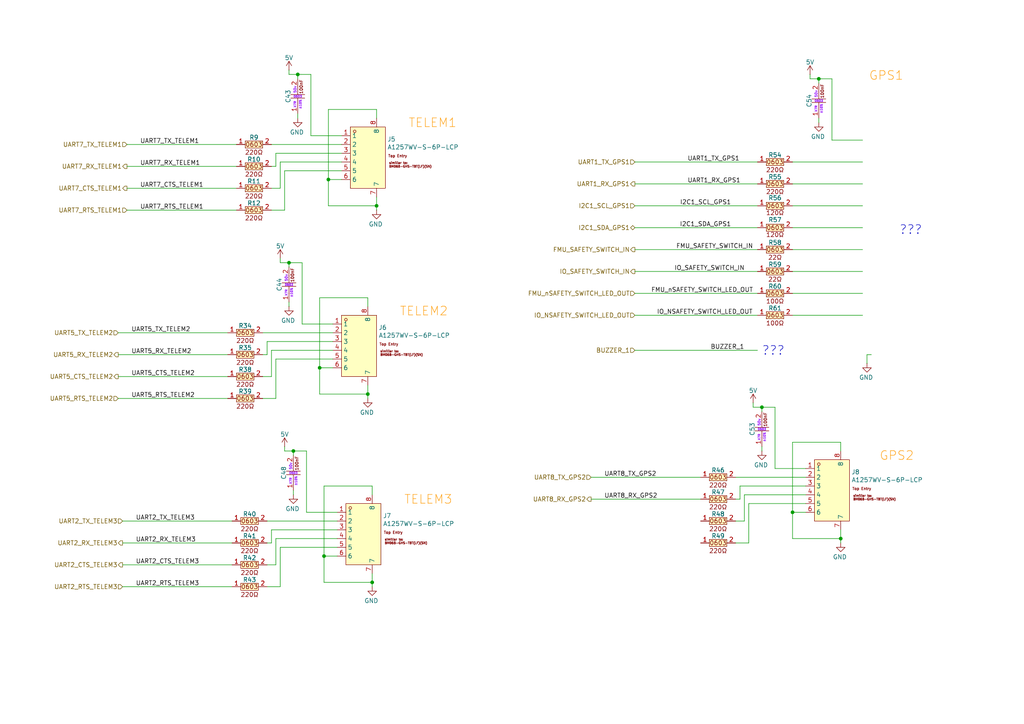
<source format=kicad_sch>
(kicad_sch (version 20250114) (generator "eeschema") (generator_version "9.0")
  (paper "A4")
  (lib_symbols
    (symbol "lampelKicadLIB:0603WAF1000T5E (100ohm , 0603)"
      (property "Reference" "R" (at 0 2.032 0))
      (symbol "0603WAF1000T5E (100ohm , 0603)_0_1"
        (rectangle (start -2.54 1.02) (end 2.54 -1.02) (fill (type background)))
        (pin input line (at -5.08 0 0) (length 2.54) (name "") (number "1"))
        (pin input line (at 5.08 0 180) (length 2.54) (name "") (number "2"))
      )
      (symbol "0603WAF1000T5E (100ohm , 0603)_1_1"
        (text "0603" (at 0 0 0) (effects (font (size 1.27 1.27))))
        (text "100Ω" (at 0 -2.286 0) (effects (font (size 1.27 1.27))))
      )
    )
    (symbol "lampelKicadLIB:0603WAF1200T5E (120ohm,0603)"
      (property "Reference" "R" (at 0 2.286 0))
      (symbol "0603WAF1200T5E (120ohm,0603)_0_1"
        (rectangle (start -2.54 1.02) (end 2.54 -1.02) (fill (type background)))
        (pin input line (at -5.08 0 0) (length 2.54) (name "") (number "1"))
        (pin input line (at 5.08 0 180) (length 2.54) (name "") (number "2"))
      )
      (symbol "0603WAF1200T5E (120ohm,0603)_1_1"
        (text "0603" (at 0 0 0) (effects (font (size 1.27 1.27))))
        (text "120Ω" (at 0 -2.032 0) (effects (font (size 1.27 1.27))))
      )
    )
    (symbol "lampelKicadLIB:0603WAF2200T5E (220ohm  , 0603)"
      (property "Reference" "R" (at 0 2.032 0))
      (symbol "0603WAF2200T5E (220ohm  , 0603)_0_1"
        (rectangle (start -2.54 1.02) (end 2.54 -1.02) (fill (type background)))
        (pin input line (at -5.08 0 0) (length 2.54) (name "") (number "1"))
        (pin input line (at 5.08 0 180) (length 2.54) (name "") (number "2"))
      )
      (symbol "0603WAF2200T5E (220ohm  , 0603)_1_1"
        (text "0603" (at 0 0 0) (effects (font (size 1.27 1.27))))
        (text "220Ω" (at 0 -2.286 0) (effects (font (size 1.27 1.27))))
      )
    )
    (symbol "lampelKicadLIB:0603WAF220JT5E (22ohm , 0603)"
      (property "Reference" "R" (at 0 2.032 0))
      (symbol "0603WAF220JT5E (22ohm , 0603)_0_1"
        (rectangle (start -2.54 1.02) (end 2.54 -1.02) (fill (type background)))
        (pin input line (at -5.08 0 0) (length 2.54) (name "") (number "1"))
        (pin input line (at 5.08 0 180) (length 2.54) (name "") (number "2"))
      )
      (symbol "0603WAF220JT5E (22ohm , 0603)_1_1"
        (text "0603" (at 0 0 0) (effects (font (size 1.27 1.27))))
        (text "22Ω" (at 0 -2.286 0) (effects (font (size 1.27 1.27))))
      )
    )
    (symbol "lampelKicadLIB:A1257WV-S-6P-LCP"
      (property "Reference" "J" (at 8.128 5.334 0))
      (property "Value" "A1257WV-S-6P-LCP" (at 17.272 3.048 0))
      (symbol "A1257WV-S-6P-LCP_0_1"
        (rectangle (start -3.81 8.89) (end 6.35 -8.89) (fill (type background)))
        (circle (center -2.54 7.62) (radius 0.38))
        (pin unspecified line (at -6.35 6.35 0) (length 2.54) (name "1") (number "1"))
        (pin unspecified line (at -6.35 3.81 0) (length 2.54) (name "2") (number "2"))
        (pin unspecified line (at -6.35 1.27 0) (length 2.54) (name "3") (number "3"))
        (pin unspecified line (at -6.35 -1.27 0) (length 2.54) (name "4") (number "4"))
        (pin unspecified line (at -6.35 -3.81 0) (length 2.54) (name "5") (number "5"))
        (pin unspecified line (at -6.35 -6.35 0) (length 2.54) (name "6") (number "6"))
        (pin unspecified line (at 3.81 11.43 270) (length 2.54) (name "8") (number "8"))
        (pin unspecified line (at 3.81 -11.43 90) (length 2.54) (name "7") (number "7"))
      )
      (symbol "A1257WV-S-6P-LCP_1_1"
        (text "Top Entry" (at 7.112 0.508 0) (effects (font (size 0.762 0.762)) (justify left)))
        (text "similiar to:\nBM06B-GHS-TBT(LF)(SN)" (at 7.366 -2.032 0) (effects (font (size 0.635 0.635)) (justify left)))
      )
    )
    (symbol "lampelKicadLIB:CC0603KRX7R9BB104 (100nf , 0603 ,50v ,X7R)"
      (property "Reference" "C" (at 0 2.794 0))
      (symbol "CC0603KRX7R9BB104 (100nf , 0603 ,50v ,X7R)_0_1"
        (polyline (pts (xy -0.51 0) (xy -2.54 0)))
        (polyline (pts (xy -0.51 -2.03) (xy -0.51 2.03)))
        (polyline (pts (xy 0.51 2.03) (xy 0.51 -2.03)))
        (polyline (pts (xy 2.54 0) (xy 0.51 0)))
        (pin unspecified line (at -5.08 0 0) (length 2.54) (name "") (number "1"))
        (pin unspecified line (at 5.08 0 180) (length 2.54) (name "") (number "2"))
      )
      (symbol "CC0603KRX7R9BB104 (100nf , 0603 ,50v ,X7R)_1_1"
        (text "X7R" (at -2.286 0.762 0) (effects (font (size 0.635 0.635))))
        (text "±10%" (at -2.286 -0.762 0) (effects (font (size 0.635 0.635))))
        (text "0603" (at 0 0 900) (effects (font (size 0.635 0.635))))
        (text "50v" (at 2.032 0.762 0) (effects (font (size 0.762 0.762))))
        (text "100nF" (at 2.794 -1.016 0) (effects (font (size 0.889 0.889))))
      )
    )
    (symbol "power:GND" (power) (pin_numbers (hide yes)) (pin_names (offset 0) (hide yes))
      (property "Value" "GND" (at 0 -3.81 0))
      (symbol "GND_0_1"
        (polyline (pts (xy 0 0) (xy 0 -1.27) (xy 1.27 -1.27) (xy 0 -2.54) (xy -1.27 -1.27) (xy 0 -1.27)))
      )
      (symbol "GND_1_1"
        (pin power_in line (at 0 0 270) (length 0) (name "~") (number "1"))
      )
    )
    (symbol "power:VDD" (power) (pin_numbers (hide yes)) (pin_names (offset 0) (hide yes))
      (property "Value" "VDD" (at 0 3.556 0))
      (symbol "VDD_0_1"
        (polyline (pts (xy -0.762 1.27) (xy 0 2.54)))
        (polyline (pts (xy 0 2.54) (xy 0.762 1.27)))
        (polyline (pts (xy 0 0) (xy 0 2.54)))
      )
      (symbol "VDD_1_1"
        (pin power_in line (at 0 0 90) (length 0) (name "~") (number "1"))
      )
    )
  )
  (text "TELEM1" (at 125.476 35.814 0) (effects (font (size 2.54 2.54))))
  (text "TELEM2" (at 122.936 90.424 0) (effects (font (size 2.54 2.54))))
  (text "???" (at 224.282 101.854 0) (effects (font (size 2.54 2.54))))
  (text "???" (at 264.16 66.802 0) (effects (font (size 2.54 2.54))))
  (text "TELEM3" (at 124.206 145.034 0) (effects (font (size 2.54 2.54))))
  (text "GPS2" (at 260.096 132.334 0) (effects (font (size 2.54 2.54))))
  (text "GPS1" (at 257.048 22.098 0) (effects (font (size 2.54 2.54))))
  (junction (at 243.84 156.21))
  (junction (at 85.09 130.81))
  (junction (at 220.98 118.11))
  (junction (at 95.25 52.07))
  (junction (at 93.98 161.29))
  (junction (at 109.22 59.69))
  (junction (at 229.87 148.59))
  (junction (at 92.71 106.68))
  (junction (at 86.36 21.59))
  (junction (at 107.95 168.91))
  (junction (at 106.68 114.3))
  (junction (at 83.82 76.2))
  (junction (at 237.49 22.86))
  (wire (pts (xy 229.87 148.59) (xy 233.68 148.59)))
  (wire (pts (xy 241.3 40.64) (xy 250.19 40.64)))
  (wire (pts (xy 78.74 153.67) (xy 97.79 153.67)))
  (wire (pts (xy 80.01 115.57) (xy 80.01 104.14)))
  (wire (pts (xy 80.01 44.45) (xy 80.01 48.26)))
  (wire (pts (xy 171.45 144.78) (xy 203.2 144.78)))
  (wire (pts (xy 36.83 54.61) (xy 68.58 54.61)))
  (wire (pts (xy 95.25 52.07) (xy 99.06 52.07)))
  (wire (pts (xy 85.09 142.24) (xy 85.09 143.51)))
  (wire (pts (xy 93.98 161.29) (xy 93.98 168.91)))
  (wire (pts (xy 237.49 22.86) (xy 237.49 24.13)))
  (wire (pts (xy 86.36 21.59) (xy 86.36 22.86)))
  (wire (pts (xy 109.22 34.29) (xy 109.22 31.75)))
  (wire (pts (xy 229.87 78.74) (xy 250.19 78.74)))
  (wire (pts (xy 184.15 72.39) (xy 219.71 72.39)))
  (wire (pts (xy 214.63 140.97) (xy 214.63 144.78)))
  (wire (pts (xy 81.28 46.99) (xy 81.28 54.61)))
  (wire (pts (xy 34.29 96.52) (xy 66.04 96.52)))
  (wire (pts (xy 92.71 86.36) (xy 92.71 106.68)))
  (wire (pts (xy 184.15 46.99) (xy 219.71 46.99)))
  (wire (pts (xy 184.15 101.6) (xy 219.71 101.6)))
  (wire (pts (xy 243.84 128.27) (xy 229.87 128.27)))
  (wire (pts (xy 220.98 118.11) (xy 224.79 118.11)))
  (wire (pts (xy 81.28 170.18) (xy 81.28 158.75)))
  (wire (pts (xy 109.22 59.69) (xy 109.22 60.96)))
  (wire (pts (xy 81.28 76.2) (xy 83.82 76.2)))
  (wire (pts (xy 243.84 130.81) (xy 243.84 128.27)))
  (wire (pts (xy 93.98 140.97) (xy 93.98 161.29)))
  (wire (pts (xy 106.68 114.3) (xy 106.68 115.57)))
  (wire (pts (xy 82.55 129.54) (xy 82.55 130.81)))
  (wire (pts (xy 171.45 138.43) (xy 203.2 138.43)))
  (wire (pts (xy 229.87 53.34) (xy 250.19 53.34)))
  (wire (pts (xy 80.01 44.45) (xy 99.06 44.45)))
  (wire (pts (xy 234.95 22.86) (xy 237.49 22.86)))
  (wire (pts (xy 217.17 157.48) (xy 217.17 146.05)))
  (wire (pts (xy 83.82 21.59) (xy 86.36 21.59)))
  (wire (pts (xy 76.2 96.52) (xy 96.52 96.52)))
  (wire (pts (xy 184.15 91.44) (xy 219.71 91.44)))
  (wire (pts (xy 109.22 31.75) (xy 95.25 31.75)))
  (wire (pts (xy 80.01 156.21) (xy 97.79 156.21)))
  (wire (pts (xy 213.36 151.13) (xy 215.9 151.13)))
  (wire (pts (xy 34.29 102.87) (xy 66.04 102.87)))
  (wire (pts (xy 76.2 109.22) (xy 78.74 109.22)))
  (wire (pts (xy 184.15 85.09) (xy 219.71 85.09)))
  (wire (pts (xy 251.46 105.41) (xy 251.46 102.87)))
  (wire (pts (xy 86.36 33.02) (xy 86.36 34.29)))
  (wire (pts (xy 229.87 128.27) (xy 229.87 148.59)))
  (wire (pts (xy 241.3 22.86) (xy 241.3 40.64)))
  (wire (pts (xy 107.95 168.91) (xy 107.95 170.18)))
  (wire (pts (xy 107.95 143.51) (xy 107.95 140.97)))
  (wire (pts (xy 86.36 21.59) (xy 90.17 21.59)))
  (wire (pts (xy 92.71 106.68) (xy 92.71 114.3)))
  (wire (pts (xy 34.29 115.57) (xy 66.04 115.57)))
  (wire (pts (xy 224.79 118.11) (xy 224.79 135.89)))
  (wire (pts (xy 85.09 130.81) (xy 88.9 130.81)))
  (wire (pts (xy 184.15 78.74) (xy 219.71 78.74)))
  (wire (pts (xy 78.74 153.67) (xy 78.74 157.48)))
  (wire (pts (xy 35.56 157.48) (xy 67.31 157.48)))
  (wire (pts (xy 95.25 59.69) (xy 109.22 59.69)))
  (wire (pts (xy 229.87 148.59) (xy 229.87 156.21)))
  (wire (pts (xy 77.47 99.06) (xy 96.52 99.06)))
  (wire (pts (xy 83.82 76.2) (xy 87.63 76.2)))
  (wire (pts (xy 80.01 104.14) (xy 96.52 104.14)))
  (wire (pts (xy 224.79 135.89) (xy 233.68 135.89)))
  (wire (pts (xy 229.87 46.99) (xy 250.19 46.99)))
  (wire (pts (xy 78.74 41.91) (xy 99.06 41.91)))
  (wire (pts (xy 83.82 87.63) (xy 83.82 88.9)))
  (wire (pts (xy 77.47 163.83) (xy 80.01 163.83)))
  (wire (pts (xy 35.56 163.83) (xy 67.31 163.83)))
  (wire (pts (xy 220.98 118.11) (xy 220.98 119.38)))
  (wire (pts (xy 80.01 48.26) (xy 78.74 48.26)))
  (wire (pts (xy 237.49 34.29) (xy 237.49 35.56)))
  (wire (pts (xy 77.47 170.18) (xy 81.28 170.18)))
  (wire (pts (xy 34.29 109.22) (xy 66.04 109.22)))
  (wire (pts (xy 220.98 129.54) (xy 220.98 130.81)))
  (wire (pts (xy 243.84 153.67) (xy 243.84 156.21)))
  (wire (pts (xy 229.87 72.39) (xy 250.19 72.39)))
  (wire (pts (xy 92.71 106.68) (xy 96.52 106.68)))
  (wire (pts (xy 82.55 130.81) (xy 85.09 130.81)))
  (wire (pts (xy 81.28 46.99) (xy 99.06 46.99)))
  (wire (pts (xy 92.71 114.3) (xy 106.68 114.3)))
  (wire (pts (xy 215.9 143.51) (xy 215.9 151.13)))
  (wire (pts (xy 78.74 101.6) (xy 96.52 101.6)))
  (wire (pts (xy 88.9 130.81) (xy 88.9 148.59)))
  (wire (pts (xy 82.55 60.96) (xy 82.55 49.53)))
  (wire (pts (xy 35.56 151.13) (xy 67.31 151.13)))
  (wire (pts (xy 78.74 54.61) (xy 81.28 54.61)))
  (wire (pts (xy 80.01 156.21) (xy 80.01 163.83)))
  (wire (pts (xy 85.09 130.81) (xy 85.09 132.08)))
  (wire (pts (xy 87.63 93.98) (xy 96.52 93.98)))
  (wire (pts (xy 90.17 21.59) (xy 90.17 39.37)))
  (wire (pts (xy 184.15 53.34) (xy 219.71 53.34)))
  (wire (pts (xy 229.87 156.21) (xy 243.84 156.21)))
  (wire (pts (xy 93.98 168.91) (xy 107.95 168.91)))
  (wire (pts (xy 184.15 59.69) (xy 219.71 59.69)))
  (wire (pts (xy 88.9 148.59) (xy 97.79 148.59)))
  (wire (pts (xy 36.83 41.91) (xy 68.58 41.91)))
  (wire (pts (xy 78.74 60.96) (xy 82.55 60.96)))
  (wire (pts (xy 218.44 118.11) (xy 220.98 118.11)))
  (wire (pts (xy 237.49 22.86) (xy 241.3 22.86)))
  (wire (pts (xy 217.17 146.05) (xy 233.68 146.05)))
  (wire (pts (xy 106.68 88.9) (xy 106.68 86.36)))
  (wire (pts (xy 95.25 52.07) (xy 95.25 59.69)))
  (wire (pts (xy 109.22 57.15) (xy 109.22 59.69)))
  (wire (pts (xy 213.36 138.43) (xy 233.68 138.43)))
  (wire (pts (xy 93.98 161.29) (xy 97.79 161.29)))
  (wire (pts (xy 213.36 157.48) (xy 217.17 157.48)))
  (wire (pts (xy 90.17 39.37) (xy 99.06 39.37)))
  (wire (pts (xy 243.84 156.21) (xy 243.84 157.48)))
  (wire (pts (xy 77.47 151.13) (xy 97.79 151.13)))
  (wire (pts (xy 77.47 99.06) (xy 77.47 102.87)))
  (wire (pts (xy 76.2 115.57) (xy 80.01 115.57)))
  (wire (pts (xy 234.95 21.59) (xy 234.95 22.86)))
  (wire (pts (xy 214.63 140.97) (xy 233.68 140.97)))
  (wire (pts (xy 229.87 59.69) (xy 250.19 59.69)))
  (wire (pts (xy 78.74 101.6) (xy 78.74 109.22)))
  (wire (pts (xy 77.47 102.87) (xy 76.2 102.87)))
  (wire (pts (xy 36.83 60.96) (xy 68.58 60.96)))
  (wire (pts (xy 36.83 48.26) (xy 68.58 48.26)))
  (wire (pts (xy 229.87 91.44) (xy 250.19 91.44)))
  (wire (pts (xy 106.68 111.76) (xy 106.68 114.3)))
  (wire (pts (xy 107.95 140.97) (xy 93.98 140.97)))
  (wire (pts (xy 251.46 102.87) (xy 252.73 102.87)))
  (wire (pts (xy 218.44 116.84) (xy 218.44 118.11)))
  (wire (pts (xy 215.9 143.51) (xy 233.68 143.51)))
  (wire (pts (xy 87.63 76.2) (xy 87.63 93.98)))
  (wire (pts (xy 107.95 166.37) (xy 107.95 168.91)))
  (wire (pts (xy 82.55 49.53) (xy 99.06 49.53)))
  (wire (pts (xy 83.82 20.32) (xy 83.82 21.59)))
  (wire (pts (xy 214.63 144.78) (xy 213.36 144.78)))
  (wire (pts (xy 35.56 170.18) (xy 67.31 170.18)))
  (wire (pts (xy 81.28 74.93) (xy 81.28 76.2)))
  (wire (pts (xy 106.68 86.36) (xy 92.71 86.36)))
  (wire (pts (xy 95.25 31.75) (xy 95.25 52.07)))
  (wire (pts (xy 229.87 85.09) (xy 250.19 85.09)))
  (wire (pts (xy 78.74 157.48) (xy 77.47 157.48)))
  (wire (pts (xy 83.82 76.2) (xy 83.82 77.47)))
  (wire (pts (xy 81.28 158.75) (xy 97.79 158.75)))
  (wire (pts (xy 184.15 66.04) (xy 219.71 66.04)))
  (wire (pts (xy 229.87 66.04) (xy 250.19 66.04)))
  (label "UART5_TX_TELEM2" (at 38.1 96.52 0))
  (label "UART2_RTS_TELEM3" (at 39.37 170.18 0))
  (label "UART1_RX_GPS1" (at 199.39 53.34 0))
  (label "UART7_CTS_TELEM1" (at 40.64 54.61 0))
  (label "UART7_TX_TELEM1" (at 40.64 41.91 0))
  (label "I2C1_SCL_GPS1" (at 212.09 59.69 180))
  (label "FMU_nSAFETY_SWITCH_LED_OUT" (at 218.44 85.09 180))
  (label "UART7_RTS_TELEM1" (at 40.64 60.96 0))
  (label "UART1_TX_GPS1" (at 199.39 46.99 0))
  (label "UART8_TX_GPS2" (at 175.26 138.43 0))
  (label "UART5_CTS_TELEM2" (at 38.1 109.22 0))
  (label "UART5_RX_TELEM2" (at 38.1 102.87 0))
  (label "BUZZER_1" (at 215.9 101.6 180))
  (label "IO_SAFETY_SWITCH_IN" (at 195.58 78.74 0))
  (label "UART2_RX_TELEM3" (at 39.37 157.48 0))
  (label "UART2_CTS_TELEM3" (at 39.37 163.83 0))
  (label "UART7_RX_TELEM1" (at 40.64 48.26 0))
  (label "FMU_SAFETY_SWITCH_IN" (at 218.44 72.39 180))
  (label "UART8_RX_GPS2" (at 175.26 144.78 0))
  (label "UART2_TX_TELEM3" (at 39.37 151.13 0))
  (label "IO_NSAFETY_SWITCH_LED_OUT" (at 190.5 91.44 0))
  (label "UART5_RTS_TELEM2" (at 38.1 115.57 0))
  (label "I2C1_SDA_GPS1" (at 212.09 66.04 180))
  (hierarchical_label "UART2_RTS_TELEM3" (shape input) (at 35.56 170.18 180))
  (hierarchical_label "UART7_RX_TELEM1" (shape output) (at 36.83 48.26 180))
  (hierarchical_label "FMU_SAFETY_SWITCH_IN" (shape output) (at 184.15 72.39 180))
  (hierarchical_label "IO_SAFETY_SWITCH_IN" (shape output) (at 184.15 78.74 180))
  (hierarchical_label "UART5_TX_TELEM2" (shape input) (at 34.29 96.52 180))
  (hierarchical_label "UART1_RX_GPS1" (shape output) (at 184.15 53.34 180))
  (hierarchical_label "UART8_RX_GPS2" (shape output) (at 171.45 144.78 180))
  (hierarchical_label "IO_NSAFETY_SWITCH_LED_OUT" (shape input) (at 184.15 91.44 180))
  (hierarchical_label "UART5_RX_TELEM2" (shape output) (at 34.29 102.87 180))
  (hierarchical_label "UART2_TX_TELEM3" (shape input) (at 35.56 151.13 180))
  (hierarchical_label "BUZZER_1" (shape input) (at 184.15 101.6 180))
  (hierarchical_label "UART2_CTS_TELEM3" (shape output) (at 35.56 163.83 180))
  (hierarchical_label "UART5_CTS_TELEM2" (shape output) (at 34.29 109.22 180))
  (hierarchical_label "I2C1_SCL_GPS1" (shape input) (at 184.15 59.69 180))
  (hierarchical_label "UART7_TX_TELEM1" (shape input) (at 36.83 41.91 180))
  (hierarchical_label "I2C1_SDA_GPS1" (shape bidirectional) (at 184.15 66.04 180))
  (hierarchical_label "UART7_CTS_TELEM1" (shape output) (at 36.83 54.61 180))
  (hierarchical_label "UART7_RTS_TELEM1" (shape input) (at 36.83 60.96 180))
  (hierarchical_label "FMU_nSAFETY_SWITCH_LED_OUT" (shape input) (at 184.15 85.09 180))
  (hierarchical_label "UART1_TX_GPS1" (shape input) (at 184.15 46.99 180))
  (hierarchical_label "UART2_RX_TELEM3" (shape output) (at 35.56 157.48 180))
  (hierarchical_label "UART8_TX_GPS2" (shape input) (at 171.45 138.43 180))
  (hierarchical_label "UART5_RTS_TELEM2" (shape input) (at 34.29 115.57 180))
  (symbol (lib_id "lampelKicadLIB:0603WAF2200T5E (220ohm  , 0603)") (at 208.28 157.48 0) (unit 1)
    (property "Reference" "R49" (at 208.28 155.448 0))
    (property "Value" "0603WAF2200T5E (220ohm  , 0603)" (effects (hide yes)))
    (property "Footprint" "easyeda2kicad:R0603" (effects (hide yes)))
    (property "Datasheet" "https://lcsc.com/product-detail/Chip-Resistor-Surface-Mount-UniOhm_220R-2200-1_C22962.html" (effects (hide yes)))
    (property "Description" "220Ω ±1% 100mW 0603 Thick Film Resistor" (effects (hide yes)))
    (property "LCSC Part" "C22962" (effects (hide yes)))
  )
  (symbol (lib_id "lampelKicadLIB:0603WAF2200T5E (220ohm  , 0603)") (at 72.39 163.83 0) (unit 1)
    (property "Reference" "R42" (at 72.39 161.798 0))
    (property "Value" "0603WAF2200T5E (220ohm  , 0603)" (effects (hide yes)))
    (property "Footprint" "easyeda2kicad:R0603" (effects (hide yes)))
    (property "Datasheet" "https://lcsc.com/product-detail/Chip-Resistor-Surface-Mount-UniOhm_220R-2200-1_C22962.html" (effects (hide yes)))
    (property "Description" "220Ω ±1% 100mW 0603 Thick Film Resistor" (effects (hide yes)))
    (property "LCSC Part" "C22962" (effects (hide yes)))
  )
  (symbol (lib_id "power:VDD") (at 82.55 129.54 0) (mirror y) (unit 1)
    (property "Reference" "#PWR0110" (effects (hide yes)))
    (property "Value" "5V" (at 82.55 125.984 0))
    (property "Description" "Power symbol creates a global label with name \"VDD\"" (effects (hide yes)))
  )
  (symbol (lib_id "lampelKicadLIB:0603WAF2200T5E (220ohm  , 0603)") (at 208.28 138.43 0) (unit 1)
    (property "Reference" "R46" (at 208.28 136.398 0))
    (property "Value" "0603WAF2200T5E (220ohm  , 0603)" (effects (hide yes)))
    (property "Footprint" "easyeda2kicad:R0603" (effects (hide yes)))
    (property "Datasheet" "https://lcsc.com/product-detail/Chip-Resistor-Surface-Mount-UniOhm_220R-2200-1_C22962.html" (effects (hide yes)))
    (property "Description" "220Ω ±1% 100mW 0603 Thick Film Resistor" (effects (hide yes)))
    (property "LCSC Part" "C22962" (effects (hide yes)))
  )
  (symbol (lib_id "lampelKicadLIB:0603WAF1200T5E (120ohm,0603)") (at 224.79 59.69 0) (unit 1)
    (property "Reference" "R56" (at 224.79 57.404 0))
    (property "Value" "603WAF1200T5E" (effects (hide yes)))
    (property "Footprint" "easyeda2kicad:R0603" (effects (hide yes)))
    (property "Datasheet" "https://lcsc.com/product-detail/Chip-Resistor-Surface-Mount-UniOhm_120R-1200-1_C22787.html" (effects (hide yes)))
    (property "Description" "120Ω ±1% 100mW 0603 Thick Film Resistor" (effects (hide yes)))
    (property "LCSC Part" "C22787" (effects (hide yes)))
  )
  (symbol (lib_id "lampelKicadLIB:CC0603KRX7R9BB104 (100nf , 0603 ,50v ,X7R)") (at 220.98 124.46 90) (unit 1)
    (property "Reference" "C53" (at 218.186 124.46 0))
    (property "Value" "CC0603KRX7R9BB104 (100nf , 0603 ,50v ,X7R)" (effects (hide yes)))
    (property "Footprint" "easyeda2kicad:C0603" (effects (hide yes)))
    (property "Datasheet" "https://lcsc.com/product-detail/Multilayer-Ceramic-Capacitors-MLCC-SMD-SMT_100nF-104-10-50V_C14663.html" (effects (hide yes)))
    (property "Description" "100nF ±10% 50V Ceramic Capacitor X7R 0603" (effects (hide yes)))
    (property "LCSC Part" "C14663" (effects (hide yes)))
  )
  (symbol (lib_id "lampelKicadLIB:0603WAF2200T5E (220ohm  , 0603)") (at 72.39 170.18 0) (unit 1)
    (property "Reference" "R43" (at 72.39 168.148 0))
    (property "Value" "0603WAF2200T5E (220ohm  , 0603)" (effects (hide yes)))
    (property "Footprint" "easyeda2kicad:R0603" (effects (hide yes)))
    (property "Datasheet" "https://lcsc.com/product-detail/Chip-Resistor-Surface-Mount-UniOhm_220R-2200-1_C22962.html" (effects (hide yes)))
    (property "Description" "220Ω ±1% 100mW 0603 Thick Film Resistor" (effects (hide yes)))
    (property "LCSC Part" "C22962" (effects (hide yes)))
  )
  (symbol (lib_id "lampelKicadLIB:0603WAF2200T5E (220ohm  , 0603)") (at 71.12 109.22 0) (unit 1)
    (property "Reference" "R38" (at 71.12 107.188 0))
    (property "Value" "0603WAF2200T5E (220ohm  , 0603)" (effects (hide yes)))
    (property "Footprint" "easyeda2kicad:R0603" (effects (hide yes)))
    (property "Datasheet" "https://lcsc.com/product-detail/Chip-Resistor-Surface-Mount-UniOhm_220R-2200-1_C22962.html" (effects (hide yes)))
    (property "Description" "220Ω ±1% 100mW 0603 Thick Film Resistor" (effects (hide yes)))
    (property "LCSC Part" "C22962" (effects (hide yes)))
  )
  (symbol (lib_id "lampelKicadLIB:0603WAF2200T5E (220ohm  , 0603)") (at 224.79 46.99 0) (unit 1)
    (property "Reference" "R54" (at 224.79 44.958 0))
    (property "Value" "0603WAF2200T5E (220ohm  , 0603)" (effects (hide yes)))
    (property "Footprint" "easyeda2kicad:R0603" (effects (hide yes)))
    (property "Datasheet" "https://lcsc.com/product-detail/Chip-Resistor-Surface-Mount-UniOhm_220R-2200-1_C22962.html" (effects (hide yes)))
    (property "Description" "220Ω ±1% 100mW 0603 Thick Film Resistor" (effects (hide yes)))
    (property "LCSC Part" "C22962" (effects (hide yes)))
  )
  (symbol (lib_id "lampelKicadLIB:0603WAF2200T5E (220ohm  , 0603)") (at 72.39 151.13 0) (unit 1)
    (property "Reference" "R40" (at 72.39 149.098 0))
    (property "Value" "0603WAF2200T5E (220ohm  , 0603)" (effects (hide yes)))
    (property "Footprint" "easyeda2kicad:R0603" (effects (hide yes)))
    (property "Datasheet" "https://lcsc.com/product-detail/Chip-Resistor-Surface-Mount-UniOhm_220R-2200-1_C22962.html" (effects (hide yes)))
    (property "Description" "220Ω ±1% 100mW 0603 Thick Film Resistor" (effects (hide yes)))
    (property "LCSC Part" "C22962" (effects (hide yes)))
  )
  (symbol (lib_id "lampelKicadLIB:A1257WV-S-6P-LCP") (at 102.87 100.33 0) (unit 1)
    (property "Reference" "J6" (at 110.998 94.996 0))
    (property "Value" "A1257WV-S-6P-LCP" (at 120.142 97.282 0))
    (property "Footprint" "easyeda2kicad:CONN-SMD_A1257WV-S-6P" (effects (hide yes)))
    (property "Datasheet" "https://lcsc.com/product-detail/Connectors_Changjiang-Connectors-A1257WV-S-6P_C225122.html" (effects (hide yes)))
    (property "Description" "Connector Header 6 position 1.25mm Pitch" (effects (hide yes)))
    (property "LCSC Part" "C225122" (effects (hide yes)))
  )
  (symbol (lib_id "lampelKicadLIB:0603WAF1000T5E (100ohm , 0603)") (at 224.79 91.44 0) (unit 1)
    (property "Reference" "R61" (at 224.79 89.408 0))
    (property "Value" "603WAF1000T5E (100ohm , 0603)" (effects (hide yes)))
    (property "Footprint" "easyeda2kicad:R0603" (effects (hide yes)))
    (property "Datasheet" "https://lcsc.com/product-detail/Chip-Resistor-Surface-Mount-UniOhm_100R-1000-1_C22775.html" (effects (hide yes)))
    (property "Description" "100Ω ±1% 100mW 0603 Thick Film Resistor" (effects (hide yes)))
    (property "LCSC Part" "C22775" (effects (hide yes)))
  )
  (symbol (lib_id "lampelKicadLIB:A1257WV-S-6P-LCP") (at 105.41 45.72 0) (unit 1)
    (property "Reference" "J5" (at 113.538 40.386 0))
    (property "Value" "A1257WV-S-6P-LCP" (at 122.682 42.672 0))
    (property "Footprint" "easyeda2kicad:CONN-SMD_A1257WV-S-6P" (effects (hide yes)))
    (property "Datasheet" "https://lcsc.com/product-detail/Connectors_Changjiang-Connectors-A1257WV-S-6P_C225122.html" (effects (hide yes)))
    (property "Description" "Connector Header 6 position 1.25mm Pitch" (effects (hide yes)))
    (property "LCSC Part" "C225122" (effects (hide yes)))
  )
  (symbol (lib_id "lampelKicadLIB:0603WAF220JT5E (22ohm , 0603)") (at 224.79 72.39 0) (unit 1)
    (property "Reference" "R58" (at 224.79 70.358 0))
    (property "Value" "603WAF220JT5E (22ohm , 0603)" (effects (hide yes)))
    (property "Footprint" "easyeda2kicad:R0603" (effects (hide yes)))
    (property "Datasheet" "https://lcsc.com/product-detail/Chip-Resistor-Surface-Mount-UniOhm_22R-22R0-1_C23345.html" (effects (hide yes)))
    (property "Description" "22Ω ±1% 100mW 0603 Thick Film Resistor" (effects (hide yes)))
    (property "LCSC Part" "C23345" (effects (hide yes)))
  )
  (symbol (lib_id "power:VDD") (at 81.28 74.93 0) (mirror y) (unit 1)
    (property "Reference" "#PWR0109" (effects (hide yes)))
    (property "Value" "5V" (at 81.28 71.374 0))
    (property "Description" "Power symbol creates a global label with name \"VDD\"" (effects (hide yes)))
  )
  (symbol (lib_id "lampelKicadLIB:0603WAF2200T5E (220ohm  , 0603)") (at 208.28 151.13 0) (unit 1)
    (property "Reference" "R48" (at 208.28 149.098 0))
    (property "Value" "0603WAF2200T5E (220ohm  , 0603)" (effects (hide yes)))
    (property "Footprint" "easyeda2kicad:R0603" (effects (hide yes)))
    (property "Datasheet" "https://lcsc.com/product-detail/Chip-Resistor-Surface-Mount-UniOhm_220R-2200-1_C22962.html" (effects (hide yes)))
    (property "Description" "220Ω ±1% 100mW 0603 Thick Film Resistor" (effects (hide yes)))
    (property "LCSC Part" "C22962" (effects (hide yes)))
  )
  (symbol (lib_id "lampelKicadLIB:CC0603KRX7R9BB104 (100nf , 0603 ,50v ,X7R)") (at 237.49 29.21 90) (unit 1)
    (property "Reference" "C54" (at 234.696 29.21 0))
    (property "Value" "CC0603KRX7R9BB104 (100nf , 0603 ,50v ,X7R)" (effects (hide yes)))
    (property "Footprint" "easyeda2kicad:C0603" (effects (hide yes)))
    (property "Datasheet" "https://lcsc.com/product-detail/Multilayer-Ceramic-Capacitors-MLCC-SMD-SMT_100nF-104-10-50V_C14663.html" (effects (hide yes)))
    (property "Description" "100nF ±10% 50V Ceramic Capacitor X7R 0603" (effects (hide yes)))
    (property "LCSC Part" "C14663" (effects (hide yes)))
  )
  (symbol (lib_id "power:GND") (at 243.84 157.48 0) (mirror y) (unit 1)
    (property "Reference" "#PWR0119" (effects (hide yes)))
    (property "Value" "GND" (at 243.586 161.544 0))
    (property "Description" "Power symbol creates a global label with name \"GND\" , ground" (effects (hide yes)))
  )
  (symbol (lib_id "lampelKicadLIB:A1257WV-S-6P-LCP") (at 104.14 154.94 0) (unit 1)
    (property "Reference" "J7" (at 112.268 149.606 0))
    (property "Value" "A1257WV-S-6P-LCP" (at 121.412 151.892 0))
    (property "Footprint" "easyeda2kicad:CONN-SMD_A1257WV-S-6P" (effects (hide yes)))
    (property "Datasheet" "https://lcsc.com/product-detail/Connectors_Changjiang-Connectors-A1257WV-S-6P_C225122.html" (effects (hide yes)))
    (property "Description" "Connector Header 6 position 1.25mm Pitch" (effects (hide yes)))
    (property "LCSC Part" "C225122" (effects (hide yes)))
  )
  (symbol (lib_id "lampelKicadLIB:A1257WV-S-6P-LCP") (at 240.03 142.24 0) (unit 1)
    (property "Reference" "J8" (at 248.158 136.906 0))
    (property "Value" "A1257WV-S-6P-LCP" (at 257.302 139.192 0))
    (property "Footprint" "easyeda2kicad:CONN-SMD_A1257WV-S-6P" (effects (hide yes)))
    (property "Datasheet" "https://lcsc.com/product-detail/Connectors_Changjiang-Connectors-A1257WV-S-6P_C225122.html" (effects (hide yes)))
    (property "Description" "Connector Header 6 position 1.25mm Pitch" (effects (hide yes)))
    (property "LCSC Part" "C225122" (effects (hide yes)))
  )
  (symbol (lib_id "power:GND") (at 220.98 130.81 0) (mirror y) (unit 1)
    (property "Reference" "#PWR0118" (effects (hide yes)))
    (property "Value" "GND" (at 220.726 134.874 0))
    (property "Description" "Power symbol creates a global label with name \"GND\" , ground" (effects (hide yes)))
  )
  (symbol (lib_id "power:VDD") (at 218.44 116.84 0) (mirror y) (unit 1)
    (property "Reference" "#PWR0117" (effects (hide yes)))
    (property "Value" "5V" (at 218.44 113.284 0))
    (property "Description" "Power symbol creates a global label with name \"VDD\"" (effects (hide yes)))
  )
  (symbol (lib_id "lampelKicadLIB:0603WAF1200T5E (120ohm,0603)") (at 224.79 66.04 0) (unit 1)
    (property "Reference" "R57" (at 224.79 63.754 0))
    (property "Value" "603WAF1200T5E" (effects (hide yes)))
    (property "Footprint" "easyeda2kicad:R0603" (effects (hide yes)))
    (property "Datasheet" "https://lcsc.com/product-detail/Chip-Resistor-Surface-Mount-UniOhm_120R-1200-1_C22787.html" (effects (hide yes)))
    (property "Description" "120Ω ±1% 100mW 0603 Thick Film Resistor" (effects (hide yes)))
    (property "LCSC Part" "C22787" (effects (hide yes)))
  )
  (symbol (lib_id "power:GND") (at 251.46 105.41 0) (mirror y) (unit 1)
    (property "Reference" "#PWR0131" (effects (hide yes)))
    (property "Value" "GND" (at 251.206 109.474 0))
    (property "Description" "Power symbol creates a global label with name \"GND\" , ground" (effects (hide yes)))
  )
  (symbol (lib_id "lampelKicadLIB:0603WAF2200T5E (220ohm  , 0603)") (at 208.28 144.78 0) (unit 1)
    (property "Reference" "R47" (at 208.28 142.748 0))
    (property "Value" "0603WAF2200T5E (220ohm  , 0603)" (effects (hide yes)))
    (property "Footprint" "easyeda2kicad:R0603" (effects (hide yes)))
    (property "Datasheet" "https://lcsc.com/product-detail/Chip-Resistor-Surface-Mount-UniOhm_220R-2200-1_C22962.html" (effects (hide yes)))
    (property "Description" "220Ω ±1% 100mW 0603 Thick Film Resistor" (effects (hide yes)))
    (property "LCSC Part" "C22962" (effects (hide yes)))
  )
  (symbol (lib_id "lampelKicadLIB:0603WAF220JT5E (22ohm , 0603)") (at 224.79 78.74 0) (unit 1)
    (property "Reference" "R59" (at 224.79 76.708 0))
    (property "Value" "603WAF220JT5E (22ohm , 0603)" (effects (hide yes)))
    (property "Footprint" "easyeda2kicad:R0603" (effects (hide yes)))
    (property "Datasheet" "https://lcsc.com/product-detail/Chip-Resistor-Surface-Mount-UniOhm_22R-22R0-1_C23345.html" (effects (hide yes)))
    (property "Description" "22Ω ±1% 100mW 0603 Thick Film Resistor" (effects (hide yes)))
    (property "LCSC Part" "C23345" (effects (hide yes)))
  )
  (symbol (lib_id "lampelKicadLIB:CC0603KRX7R9BB104 (100nf , 0603 ,50v ,X7R)") (at 85.09 137.16 90) (unit 1)
    (property "Reference" "C48" (at 82.296 137.16 0))
    (property "Value" "CC0603KRX7R9BB104 (100nf , 0603 ,50v ,X7R)" (effects (hide yes)))
    (property "Footprint" "easyeda2kicad:C0603" (effects (hide yes)))
    (property "Datasheet" "https://lcsc.com/product-detail/Multilayer-Ceramic-Capacitors-MLCC-SMD-SMT_100nF-104-10-50V_C14663.html" (effects (hide yes)))
    (property "Description" "100nF ±10% 50V Ceramic Capacitor X7R 0603" (effects (hide yes)))
    (property "LCSC Part" "C14663" (effects (hide yes)))
  )
  (symbol (lib_id "lampelKicadLIB:0603WAF2200T5E (220ohm  , 0603)") (at 72.39 157.48 0) (unit 1)
    (property "Reference" "R41" (at 72.39 155.448 0))
    (property "Value" "0603WAF2200T5E (220ohm  , 0603)" (effects (hide yes)))
    (property "Footprint" "easyeda2kicad:R0603" (effects (hide yes)))
    (property "Datasheet" "https://lcsc.com/product-detail/Chip-Resistor-Surface-Mount-UniOhm_220R-2200-1_C22962.html" (effects (hide yes)))
    (property "Description" "220Ω ±1% 100mW 0603 Thick Film Resistor" (effects (hide yes)))
    (property "LCSC Part" "C22962" (effects (hide yes)))
  )
  (symbol (lib_id "lampelKicadLIB:0603WAF2200T5E (220ohm  , 0603)") (at 73.66 60.96 0) (unit 1)
    (property "Reference" "R12" (at 73.66 58.928 0))
    (property "Value" "0603WAF2200T5E (220ohm  , 0603)" (effects (hide yes)))
    (property "Footprint" "easyeda2kicad:R0603" (effects (hide yes)))
    (property "Datasheet" "https://lcsc.com/product-detail/Chip-Resistor-Surface-Mount-UniOhm_220R-2200-1_C22962.html" (effects (hide yes)))
    (property "Description" "220Ω ±1% 100mW 0603 Thick Film Resistor" (effects (hide yes)))
    (property "LCSC Part" "C22962" (effects (hide yes)))
  )
  (symbol (lib_id "power:GND") (at 85.09 143.51 0) (mirror y) (unit 1)
    (property "Reference" "#PWR0115" (effects (hide yes)))
    (property "Value" "GND" (at 84.836 147.574 0))
    (property "Description" "Power symbol creates a global label with name \"GND\" , ground" (effects (hide yes)))
  )
  (symbol (lib_id "lampelKicadLIB:CC0603KRX7R9BB104 (100nf , 0603 ,50v ,X7R)") (at 86.36 27.94 90) (unit 1)
    (property "Reference" "C43" (at 83.566 27.94 0))
    (property "Value" "CC0603KRX7R9BB104 (100nf , 0603 ,50v ,X7R)" (effects (hide yes)))
    (property "Footprint" "easyeda2kicad:C0603" (effects (hide yes)))
    (property "Datasheet" "https://lcsc.com/product-detail/Multilayer-Ceramic-Capacitors-MLCC-SMD-SMT_100nF-104-10-50V_C14663.html" (effects (hide yes)))
    (property "Description" "100nF ±10% 50V Ceramic Capacitor X7R 0603" (effects (hide yes)))
    (property "LCSC Part" "C14663" (effects (hide yes)))
  )
  (symbol (lib_id "lampelKicadLIB:0603WAF2200T5E (220ohm  , 0603)") (at 73.66 41.91 0) (unit 1)
    (property "Reference" "R9" (at 73.66 39.878 0))
    (property "Value" "0603WAF2200T5E (220ohm  , 0603)" (effects (hide yes)))
    (property "Footprint" "easyeda2kicad:R0603" (effects (hide yes)))
    (property "Datasheet" "https://lcsc.com/product-detail/Chip-Resistor-Surface-Mount-UniOhm_220R-2200-1_C22962.html" (effects (hide yes)))
    (property "Description" "220Ω ±1% 100mW 0603 Thick Film Resistor" (effects (hide yes)))
    (property "LCSC Part" "C22962" (effects (hide yes)))
  )
  (symbol (lib_id "lampelKicadLIB:0603WAF2200T5E (220ohm  , 0603)") (at 224.79 53.34 0) (unit 1)
    (property "Reference" "R55" (at 224.79 51.308 0))
    (property "Value" "0603WAF2200T5E (220ohm  , 0603)" (effects (hide yes)))
    (property "Footprint" "easyeda2kicad:R0603" (effects (hide yes)))
    (property "Datasheet" "https://lcsc.com/product-detail/Chip-Resistor-Surface-Mount-UniOhm_220R-2200-1_C22962.html" (effects (hide yes)))
    (property "Description" "220Ω ±1% 100mW 0603 Thick Film Resistor" (effects (hide yes)))
    (property "LCSC Part" "C22962" (effects (hide yes)))
  )
  (symbol (lib_id "power:VDD") (at 234.95 21.59 0) (mirror y) (unit 1)
    (property "Reference" "#PWR0129" (effects (hide yes)))
    (property "Value" "5V" (at 234.95 18.034 0))
    (property "Description" "Power symbol creates a global label with name \"VDD\"" (effects (hide yes)))
  )
  (symbol (lib_id "lampelKicadLIB:0603WAF2200T5E (220ohm  , 0603)") (at 71.12 115.57 0) (unit 1)
    (property "Reference" "R39" (at 71.12 113.538 0))
    (property "Value" "0603WAF2200T5E (220ohm  , 0603)" (effects (hide yes)))
    (property "Footprint" "easyeda2kicad:R0603" (effects (hide yes)))
    (property "Datasheet" "https://lcsc.com/product-detail/Chip-Resistor-Surface-Mount-UniOhm_220R-2200-1_C22962.html" (effects (hide yes)))
    (property "Description" "220Ω ±1% 100mW 0603 Thick Film Resistor" (effects (hide yes)))
    (property "LCSC Part" "C22962" (effects (hide yes)))
  )
  (symbol (lib_id "lampelKicadLIB:0603WAF2200T5E (220ohm  , 0603)") (at 71.12 96.52 0) (unit 1)
    (property "Reference" "R34" (at 71.12 94.488 0))
    (property "Value" "0603WAF2200T5E (220ohm  , 0603)" (effects (hide yes)))
    (property "Footprint" "easyeda2kicad:R0603" (effects (hide yes)))
    (property "Datasheet" "https://lcsc.com/product-detail/Chip-Resistor-Surface-Mount-UniOhm_220R-2200-1_C22962.html" (effects (hide yes)))
    (property "Description" "220Ω ±1% 100mW 0603 Thick Film Resistor" (effects (hide yes)))
    (property "LCSC Part" "C22962" (effects (hide yes)))
  )
  (symbol (lib_id "power:GND") (at 107.95 170.18 0) (mirror y) (unit 1)
    (property "Reference" "#PWR0116" (effects (hide yes)))
    (property "Value" "GND" (at 107.696 174.244 0))
    (property "Description" "Power symbol creates a global label with name \"GND\" , ground" (effects (hide yes)))
  )
  (symbol (lib_id "power:GND") (at 83.82 88.9 0) (mirror y) (unit 1)
    (property "Reference" "#PWR0113" (effects (hide yes)))
    (property "Value" "GND" (at 83.566 92.964 0))
    (property "Description" "Power symbol creates a global label with name \"GND\" , ground" (effects (hide yes)))
  )
  (symbol (lib_id "lampelKicadLIB:0603WAF2200T5E (220ohm  , 0603)") (at 73.66 48.26 0) (unit 1)
    (property "Reference" "R10" (at 73.66 46.228 0))
    (property "Value" "0603WAF2200T5E (220ohm  , 0603)" (effects (hide yes)))
    (property "Footprint" "easyeda2kicad:R0603" (effects (hide yes)))
    (property "Datasheet" "https://lcsc.com/product-detail/Chip-Resistor-Surface-Mount-UniOhm_220R-2200-1_C22962.html" (effects (hide yes)))
    (property "Description" "220Ω ±1% 100mW 0603 Thick Film Resistor" (effects (hide yes)))
    (property "LCSC Part" "C22962" (effects (hide yes)))
  )
  (symbol (lib_id "power:GND") (at 237.49 35.56 0) (mirror y) (unit 1)
    (property "Reference" "#PWR0130" (effects (hide yes)))
    (property "Value" "GND" (at 237.236 39.624 0))
    (property "Description" "Power symbol creates a global label with name \"GND\" , ground" (effects (hide yes)))
  )
  (symbol (lib_id "lampelKicadLIB:CC0603KRX7R9BB104 (100nf , 0603 ,50v ,X7R)") (at 83.82 82.55 90) (unit 1)
    (property "Reference" "C44" (at 81.026 82.55 0))
    (property "Value" "CC0603KRX7R9BB104 (100nf , 0603 ,50v ,X7R)" (effects (hide yes)))
    (property "Footprint" "easyeda2kicad:C0603" (effects (hide yes)))
    (property "Datasheet" "https://lcsc.com/product-detail/Multilayer-Ceramic-Capacitors-MLCC-SMD-SMT_100nF-104-10-50V_C14663.html" (effects (hide yes)))
    (property "Description" "100nF ±10% 50V Ceramic Capacitor X7R 0603" (effects (hide yes)))
    (property "LCSC Part" "C14663" (effects (hide yes)))
  )
  (symbol (lib_id "lampelKicadLIB:0603WAF1000T5E (100ohm , 0603)") (at 224.79 85.09 0) (unit 1)
    (property "Reference" "R60" (at 224.79 83.058 0))
    (property "Value" "603WAF1000T5E (100ohm , 0603)" (effects (hide yes)))
    (property "Footprint" "easyeda2kicad:R0603" (effects (hide yes)))
    (property "Datasheet" "https://lcsc.com/product-detail/Chip-Resistor-Surface-Mount-UniOhm_100R-1000-1_C22775.html" (effects (hide yes)))
    (property "Description" "100Ω ±1% 100mW 0603 Thick Film Resistor" (effects (hide yes)))
    (property "LCSC Part" "C22775" (effects (hide yes)))
  )
  (symbol (lib_id "lampelKicadLIB:0603WAF2200T5E (220ohm  , 0603)") (at 73.66 54.61 0) (unit 1)
    (property "Reference" "R11" (at 73.66 52.578 0))
    (property "Value" "0603WAF2200T5E (220ohm  , 0603)" (effects (hide yes)))
    (property "Footprint" "easyeda2kicad:R0603" (effects (hide yes)))
    (property "Datasheet" "https://lcsc.com/product-detail/Chip-Resistor-Surface-Mount-UniOhm_220R-2200-1_C22962.html" (effects (hide yes)))
    (property "Description" "220Ω ±1% 100mW 0603 Thick Film Resistor" (effects (hide yes)))
    (property "LCSC Part" "C22962" (effects (hide yes)))
  )
  (symbol (lib_id "power:GND") (at 106.68 115.57 0) (mirror y) (unit 1)
    (property "Reference" "#PWR0114" (effects (hide yes)))
    (property "Value" "GND" (at 106.426 119.634 0))
    (property "Description" "Power symbol creates a global label with name \"GND\" , ground" (effects (hide yes)))
  )
  (symbol (lib_id "lampelKicadLIB:0603WAF2200T5E (220ohm  , 0603)") (at 71.12 102.87 0) (unit 1)
    (property "Reference" "R35" (at 71.12 100.838 0))
    (property "Value" "0603WAF2200T5E (220ohm  , 0603)" (effects (hide yes)))
    (property "Footprint" "easyeda2kicad:R0603" (effects (hide yes)))
    (property "Datasheet" "https://lcsc.com/product-detail/Chip-Resistor-Surface-Mount-UniOhm_220R-2200-1_C22962.html" (effects (hide yes)))
    (property "Description" "220Ω ±1% 100mW 0603 Thick Film Resistor" (effects (hide yes)))
    (property "LCSC Part" "C22962" (effects (hide yes)))
  )
  (symbol (lib_id "power:GND") (at 86.36 34.29 0) (mirror y) (unit 1)
    (property "Reference" "#PWR0111" (effects (hide yes)))
    (property "Value" "GND" (at 86.106 38.354 0))
    (property "Description" "Power symbol creates a global label with name \"GND\" , ground" (effects (hide yes)))
  )
  (symbol (lib_id "power:VDD") (at 83.82 20.32 0) (mirror y) (unit 1)
    (property "Reference" "#PWR077" (effects (hide yes)))
    (property "Value" "5V" (at 83.82 16.764 0))
    (property "Description" "Power symbol creates a global label with name \"VDD\"" (effects (hide yes)))
  )
  (symbol (lib_id "power:GND") (at 109.22 60.96 0) (mirror y) (unit 1)
    (property "Reference" "#PWR0112" (effects (hide yes)))
    (property "Value" "GND" (at 108.966 65.024 0))
    (property "Description" "Power symbol creates a global label with name \"GND\" , ground" (effects (hide yes)))
  )
)
</source>
